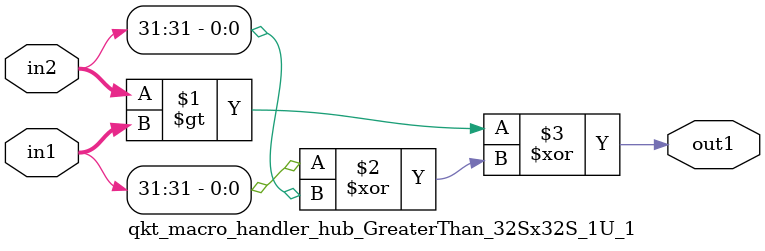
<source format=v>

`timescale 1ps / 1ps


module qkt_macro_handler_hub_GreaterThan_32Sx32S_1U_1( in2, in1, out1 );

    input [31:0] in2;
    input [31:0] in1;
    output out1;

    
    // rtl_process:qkv_macro_handler_hub_GreaterThan_32Sx32S_1U_1/qkv_macro_handler_hub_GreaterThan_32Sx32S_1U_1_thread_1
    assign out1 = (in2 > in1 ^ (in1[31] ^ in2[31]));

endmodule





</source>
